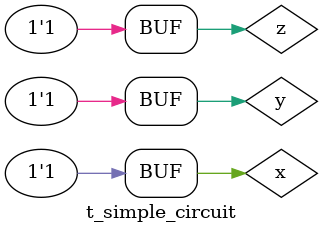
<source format=v>
module t_simple_circuit;
  wire D, E;
  reg x, y, z;

  simple_circuit S1(x, y, z, D, E);
  initial
  begin
    x = 0; y = 0; z = 0;
    #20
    x = 0; y = 0; z = 1;
    #20
    x = 0; y = 1; z = 0;
    #20
    x = 0; y = 1; z = 1;
    #20
    x = 1; y = 0; z = 0;
    #20
    x = 1; y = 0; z = 1;
    #20
    x = 1; y = 1; z = 0;
    #20
    x = 1; y = 1; z = 1;
  end
endmodule

</source>
